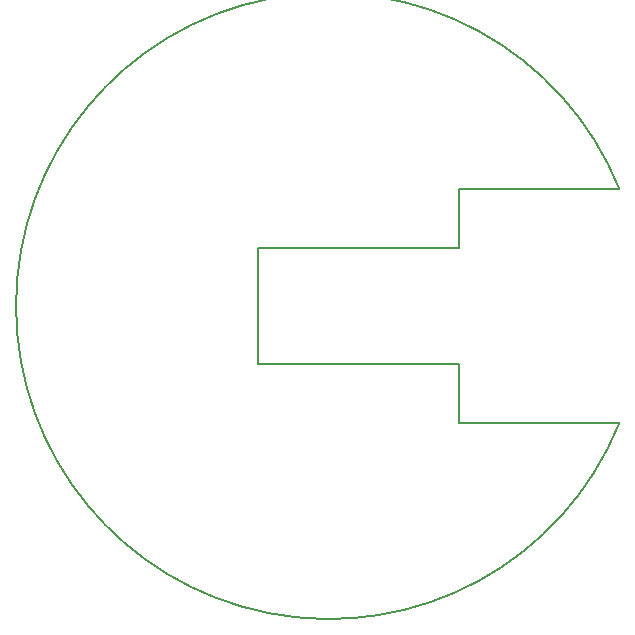
<source format=gbr>
G04 #@! TF.GenerationSoftware,KiCad,Pcbnew,(5.0.2)-1*
G04 #@! TF.CreationDate,2019-03-24T18:15:19+01:00*
G04 #@! TF.ProjectId,DICE-Charging - 2.0,44494345-2d43-4686-9172-67696e67202d,rev?*
G04 #@! TF.SameCoordinates,PX8cfad20PY5dfc8c0*
G04 #@! TF.FileFunction,Profile,NP*
%FSLAX46Y46*%
G04 Gerber Fmt 4.6, Leading zero omitted, Abs format (unit mm)*
G04 Created by KiCad (PCBNEW (5.0.2)-1) date 24/03/2019 18:15:19*
%MOMM*%
%LPD*%
G01*
G04 APERTURE LIST*
%ADD10C,0.150000*%
G04 APERTURE END LIST*
D10*
X50672000Y43552000D02*
X50672000Y48552448D01*
X33672000Y43552000D02*
X50672000Y43552000D01*
X50672000Y33752000D02*
X50672000Y28751552D01*
X33672000Y33752000D02*
X50672000Y33752000D01*
X64253113Y48552448D02*
G75*
G03X13172000Y38652000I-24581113J-9900448D01*
G01*
X50672000Y28751552D02*
X64253113Y28751552D01*
X64253113Y28751552D02*
G75*
G02X13172000Y38652000I-24581113J9900448D01*
G01*
X50672000Y48552448D02*
X64253113Y48552448D01*
X33672000Y43552000D02*
X33672000Y33752000D01*
M02*

</source>
